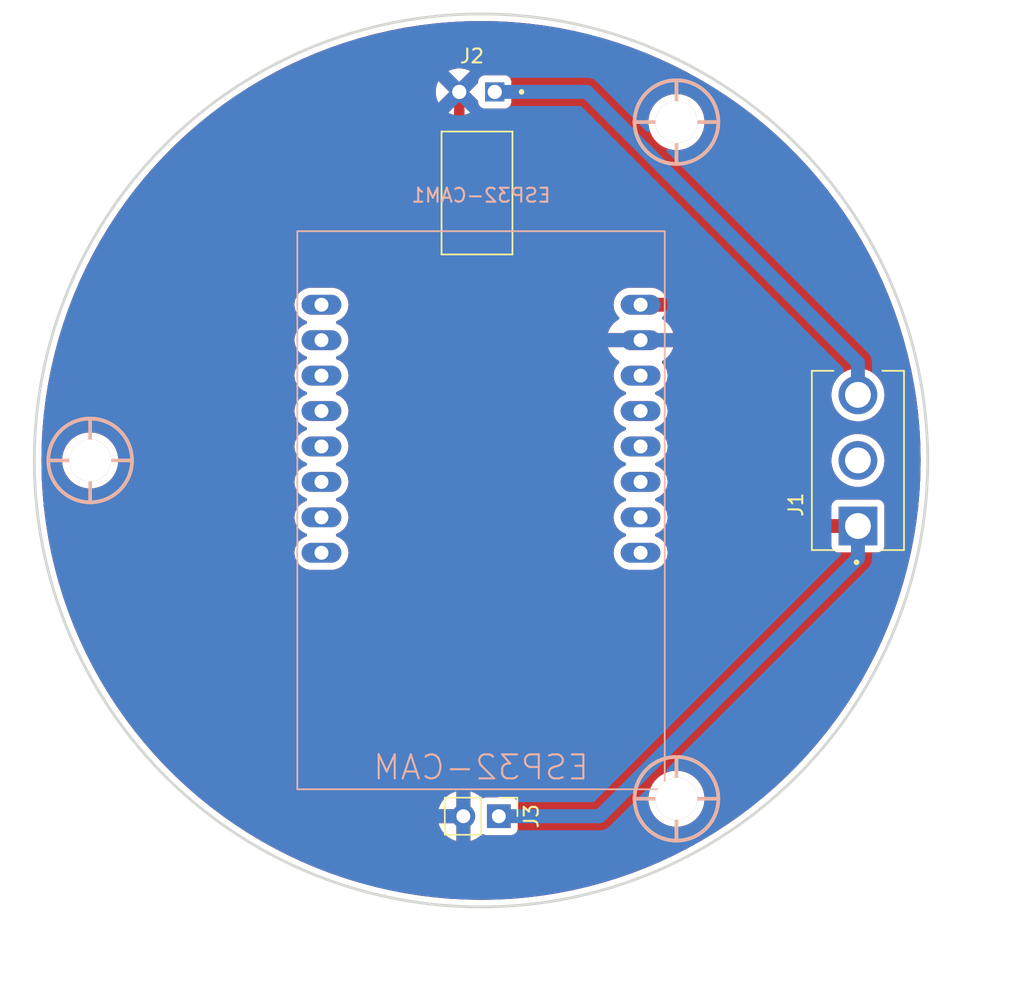
<source format=kicad_pcb>
(kicad_pcb (version 20211014) (generator pcbnew)
  (layers (0 "F.Cu" signal) (31 "B.Cu" signal) (34 "B.Paste" user) (35 "F.Paste" user) (36 "B.SilkS" user "B.Silkscreen") (37 "F.SilkS" user "F.Silkscreen") (38 "B.Mask" user) (39 "F.Mask" user) (44 "Edge.Cuts" user))
  (net 0 "")
  (net 1 "+5V")
  (net 3 "GND")
  (footprint "EESTN5:hole_3mm" (layer "F.Cu") (at 137 119.25)
    (fp_text reference "H3" hide)
    (fp_text value "Mounting_Hole" hide)
  )
  (footprint "Libreria Cansat:TE_3-647630-2" (layer "F.Cu") (at 123.9825 68.5875)
    (fp_text reference "J2")
    (fp_text value "conector bateria")
  )
  (footprint "EESTN5:hole_3mm" (layer "F.Cu") (at 137 70.75)
    (fp_text reference "H2" hide)
    (fp_text value "Mounting_Hole" hide)
  )
  (footprint "Connector_PinHeader_2.54mm:PinHeader_1x02_P2.54mm_Vertical" (layer "F.Cu") (at 124.275 120.5 -90)
    (fp_text reference "J3")
    (fp_text value "alimentacion placa superior")
  )
  (footprint "EESTN5:Logo_OSHW_6x6mm_FCu" (layer "F.Cu") (at 123 103)
    (fp_text reference "H6" hide)
    (fp_text value "Mounting_Hole" hide)
  )
  (footprint "EESTN5:LOGO_EESTN5_F.Cu" (layer "F.Cu") (at 123 94)
    (fp_text reference "G***" hide)
    (fp_text value "LOGO" hide)
  )
  (footprint "Libreria Cansat:SW_500SSP1S2M2QEA" (layer "F.Cu") (at 150 95 90)
    (fp_text reference "J1")
    (fp_text value "SWITCH PRINCIPAL")
  )
  (footprint "EESTN5:hole_3mm" (layer "F.Cu") (at 95 95)
    (fp_text reference "H1" hide)
    (fp_text value "Mounting_Hole" hide)
  )
  (footprint "logo S.R:LOGO_S.R" (layer "F.Cu") (at 105.278779 106.829938 90)
    (fp_text reference "G***" hide)
    (fp_text value "LOGO" hide)
  )
  (footprint "esp32:ESP32-CAM" (layer "B.Cu") (at 123 94 180)
    (fp_text reference "ESP32-CAM1")
    (fp_text value "ESP32-CAM")
  )
  (gr_circle (center 123 95) (end 155 95) (layer "Edge.Cuts") (width 0.2) (fill none))
  (segment (start 150 99.7) (end 146.2 99.7) (width 1) (layer "F.Cu") (net 1))
  (segment (start 138.34 83.84) (end 134.43 83.84) (width 1) (layer "F.Cu") (net 1))
  (segment (start 140 85.5) (end 138.34 83.84) (width 1) (layer "F.Cu") (net 1))
  (segment (start 146.2 99.7) (end 140 93.5) (width 1) (layer "F.Cu") (net 1))
  (segment (start 140 93.5) (end 140 85.5) (width 1) (layer "F.Cu") (net 1))
  (segment (start 123.9825 68.5875) (end 130.5875 68.5875) (width 1) (layer "B.Cu") (net 1))
  (segment (start 150 102) (end 131.5 120.5) (width 1) (layer "B.Cu") (net 1))
  (segment (start 130.5875 68.5875) (end 150 88) (width 1) (layer "B.Cu") (net 1))
  (segment (start 131.5 120.5) (end 124.275 120.5) (width 1) (layer "B.Cu") (net 1))
  (segment (start 150 88) (end 150 90.3) (width 1) (layer "B.Cu") (net 1))
  (segment (start 150 99.7) (end 150 102) (width 1) (layer "B.Cu") (net 1))
  (segment (start 121.4425 68.5875) (end 121.4425 78.9425) (width 0.75) (layer "F.Cu") (net 3))
  (segment (start 121.4425 78.9425) (end 128.88 86.38) (width 0.75) (layer "F.Cu") (net 3))
  (segment (start 128.88 86.38) (end 134.43 86.38) (width 0.75) (layer "F.Cu") (net 3))
  (zone (net 3) (net_name "GND") (layer "F.Cu") (connect_pads (clearance 0.508)) (min_thickness 0.254) (fill yes (thermal_gap 1) (thermal_bridge_width 1))
    (polygon (pts (xy 155 128) (xy 90 128) (xy 90 62) (xy 155 62)))
  )
  (zone (net 3) (net_name "GND") (layer "F.Cu") (connect_pads (clearance 0.508)) (min_thickness 0.254) (fill yes (thermal_gap 1) (thermal_bridge_width 1))
    (polygon (pts (xy 155 128) (xy 90 128) (xy 90 62) (xy 155 62)))
  )
  (zone (net 3) (net_name "GND") (layer "B.Cu") (connect_pads (clearance 0.508)) (min_thickness 0.254) (fill yes (thermal_gap 1) (thermal_bridge_width 1))
    (polygon (pts (xy 155 128) (xy 90 128) (xy 90 62) (xy 155 62)))
  )
)
</source>
